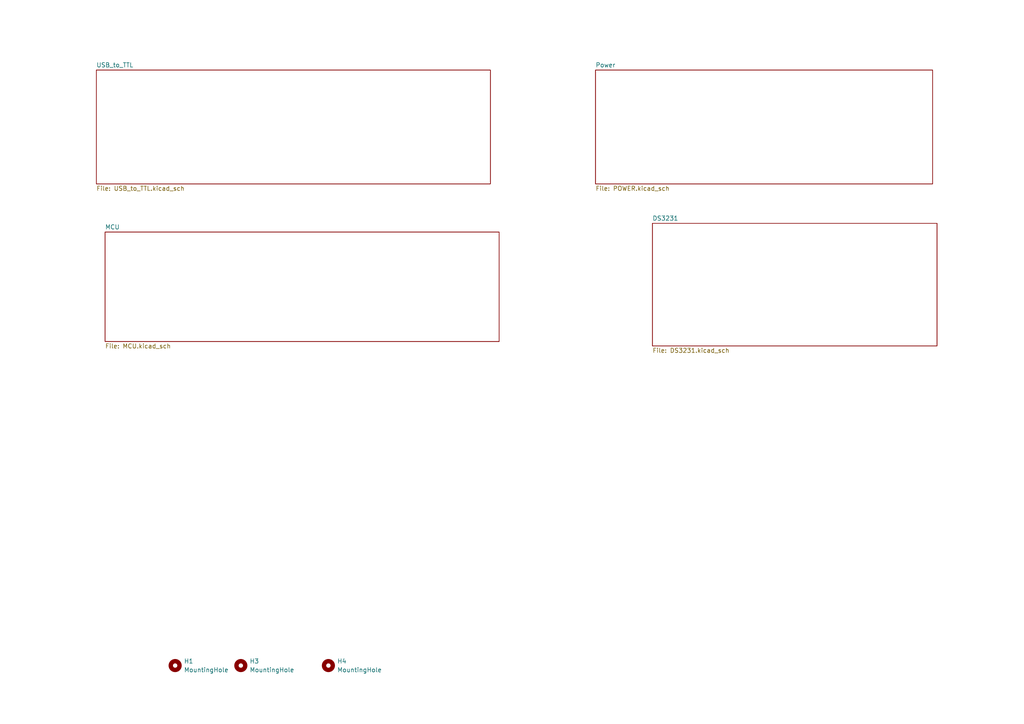
<source format=kicad_sch>
(kicad_sch (version 20230121) (generator eeschema)
  (paper "A4")
  (lib_symbols
    (symbol "Mechanical:MountingHole" (pin_names (offset 1.016))
      (property "Reference" "H" (at 0 5.08 0))
      (property "Value" "MountingHole" (at 0 3.175 0))
      (symbol "MountingHole_0_1"
        (circle (center 0 0) (radius 1.27) (stroke (width 1.27)))
      )
    )
  )
  (symbol (lib_id "Mechanical:MountingHole") (at 50.8 193.04 0) (unit 1)
    (property "Reference" "H1" (at 53.34 191.77 0) (effects (justify left)))
    (property "Value" "MountingHole" (at 53.34 194.31 0) (effects (justify left)))
    (property "Footprint" "MountingHole:MountingHole_3.2mm_M3" (effects hide))
  )
  (symbol (lib_id "Mechanical:MountingHole") (at 69.85 193.04 0) (unit 1)
    (property "Reference" "H3" (at 72.39 191.77 0) (effects (justify left)))
    (property "Value" "MountingHole" (at 72.39 194.31 0) (effects (justify left)))
    (property "Footprint" "MountingHole:MountingHole_3.2mm_M3" (effects hide))
  )
  (symbol (lib_id "Mechanical:MountingHole") (at 95.25 193.04 0) (unit 1)
    (property "Reference" "H4" (at 97.79 191.77 0) (effects (justify left)))
    (property "Value" "MountingHole" (at 97.79 194.31 0) (effects (justify left)))
    (property "Footprint" "MountingHole:MountingHole_3.2mm_M3" (effects hide))
  )
  (sheet (at 189.23 64.77) (size 82.55 35.56) (stroke (width 0.1524))
    (property "Sheetname" "DS3231" (at 189.23 64.0584 0) (effects (justify left bottom)))
    (property "Sheetfile" "DS3231.kicad_sch" (at 189.23 100.9146 0) (effects (justify left top)))
  )
  (sheet (at 30.48 67.31) (size 114.3 31.75) (stroke (width 0.1524))
    (property "Sheetname" "MCU" (at 30.48 66.5984 0) (effects (justify left bottom)))
    (property "Sheetfile" "MCU.kicad_sch" (at 30.48 99.6446 0) (effects (justify left top)))
  )
  (sheet (at 27.94 20.32) (size 114.3 33.02) (stroke (width 0.1524))
    (property "Sheetname" "USB_to_TTL" (at 27.94 19.6084 0) (effects (justify left bottom)))
    (property "Sheetfile" "USB_to_TTL.kicad_sch" (at 27.94 53.9246 0) (effects (justify left top)))
  )
  (sheet (at 172.72 20.32) (size 97.79 33.02) (stroke (width 0.1524))
    (property "Sheetname" "Power" (at 172.72 19.6084 0) (effects (justify left bottom)))
    (property "Sheetfile" "POWER.kicad_sch" (at 172.72 53.9246 0) (effects (justify left top)))
  )
)
</source>
